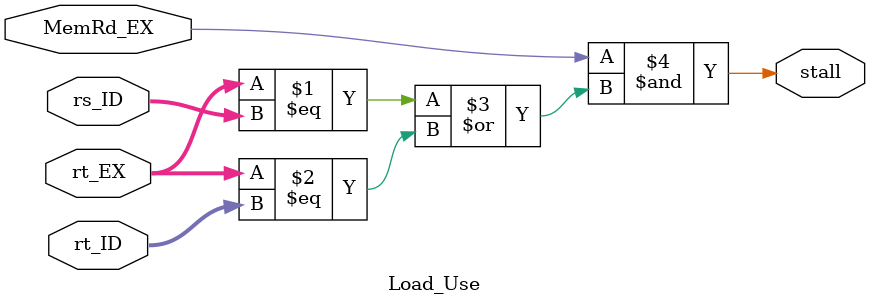
<source format=v>
module Load_Use (
    input MemRd_EX,
    input [4:0] rt_EX,
    input [4:0] rs_ID,
    input [4:0] rt_ID,
    output stall// 
);

    assign stall = MemRd_EX & ((rt_EX == rs_ID) | (rt_EX == rt_ID));

endmodule
</source>
